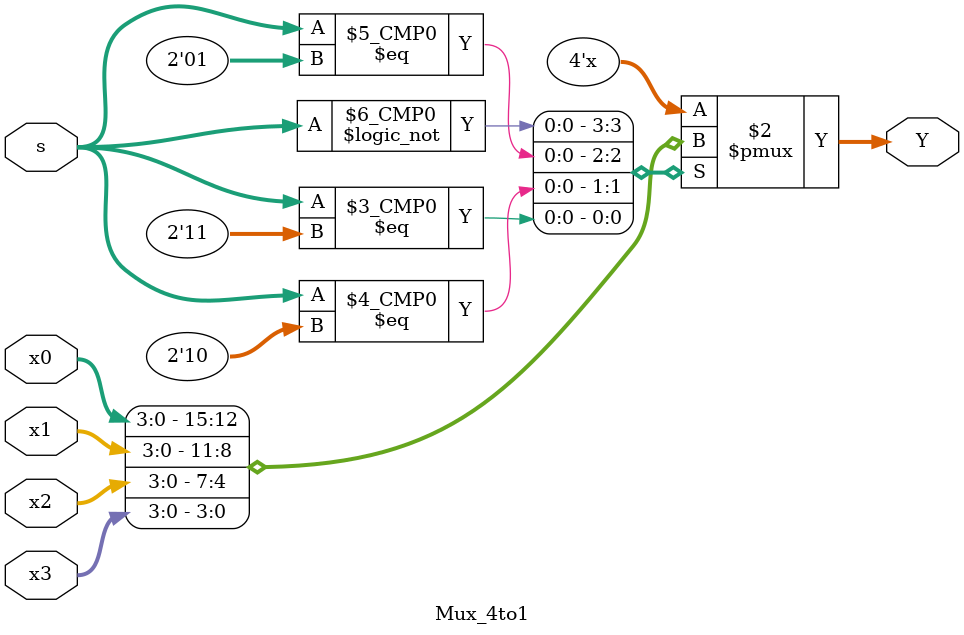
<source format=v>
module Mux_4to1(x0, x1, x2, x3, s, Y);

	input [1:0]s;
	input [3:0]x0, x1, x2, x3;
	output [3:0]Y;
	
	reg [3:0]Y;
	
	always @(s or x0 or x1 or x2 or x3)
	begin
		case (s)
		
			2'b 00: Y = x0;
			2'b 01: Y = x1;
			2'b 10: Y = x2;
			2'b 11: Y = x3;
			
		endcase
	end
endmodule
</source>
